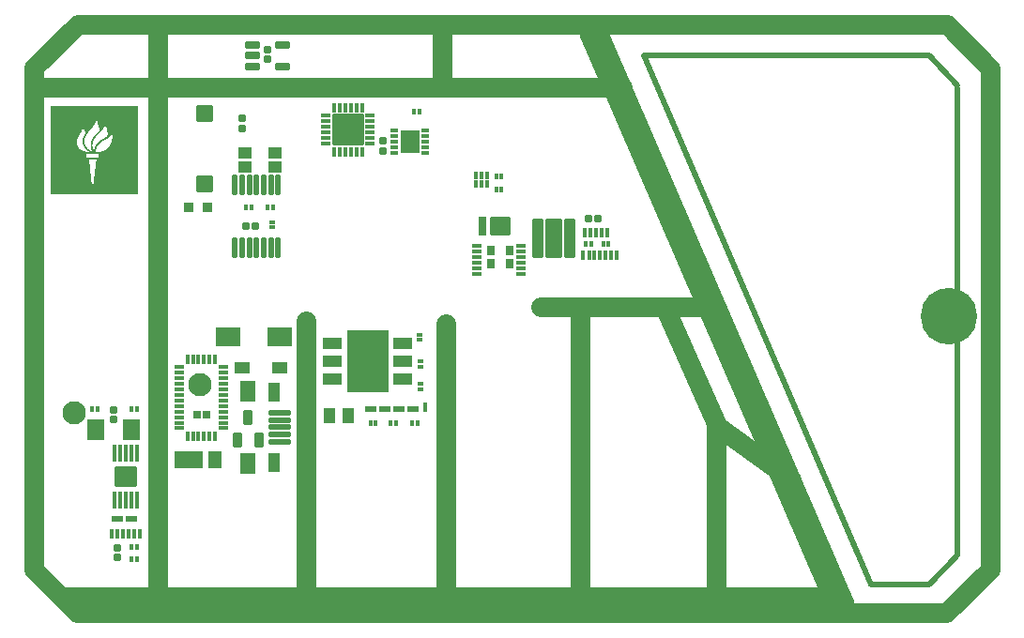
<source format=gts>
G04 Layer: TopSolderMaskLayer*
G04 EasyEDA Pro v2.1.49.1, 2024-02-28 13:49:17*
G04 Gerber Generator version 0.3*
G04 Scale: 100 percent, Rotated: No, Reflected: No*
G04 Dimensions in millimeters*
G04 Leading zeros omitted, absolute positions, 3 integers and 5 decimals*
%FSLAX35Y35*%
%MOMM*%
%AMOval*1,1,$1,$2,$3*1,1,$1,$4,$5*20,1,$1,$2,$3,$4,$5,0*%
%AMRoundRect*1,1,$1,$2,$3*1,1,$1,$4,$5*1,1,$1,0-$2,0-$3*1,1,$1,0-$4,0-$5*20,1,$1,$2,$3,$4,$5,0*20,1,$1,$4,$5,0-$2,0-$3,0*20,1,$1,0-$2,0-$3,0-$4,0-$5,0*20,1,$1,0-$4,0-$5,$2,$3,0*4,1,4,$2,$3,$4,$5,0-$2,0-$3,0-$4,0-$5,$2,$3,0*%
%ADD10C,1.75*%
%ADD11C,2.5*%
%ADD12C,0.5*%
%ADD13C,0.254*%
%ADD14C,2.10002*%
%ADD15C,5.10159*%
%ADD16Oval,0.3863X0.25999X0.0X-0.25999X0.0*%
%ADD17Oval,0.38003X0.25999X0.0X-0.25999X0.0*%
%ADD18Oval,0.38003X0.0X-0.25999X0.0X0.25999*%
%ADD19O,0.38003X0.90002*%
%ADD20O,0.90002X0.38003*%
%ADD21RoundRect,0.08771X-0.28977X0.27695X0.28977X0.27695*%
%ADD22RoundRect,0.08771X-0.27695X-0.28977X-0.27695X0.28977*%
%ADD23RoundRect,0.08121X-0.16176X0.17219X0.16176X0.17219*%
%ADD24RoundRect,0.09377X-0.70313X-0.70313X-0.70313X0.70313*%
%ADD25RoundRect,0.08121X-0.17219X-0.16176X-0.17219X0.16176*%
%ADD26RoundRect,0.09658X-1.35172X1.35172X1.35172X1.35172*%
%ADD27RoundRect,0.09549X-0.74556X0.86705X0.74556X0.86705*%
%ADD28RoundRect,0.08771X0.28977X-0.27695X-0.28977X-0.27695*%
%ADD29RoundRect,0.09131X-0.40514X-0.40514X-0.40514X0.40514*%
%ADD30RoundRect,0.08449X-0.20856X0.85855X0.20856X0.85855*%
%ADD31RoundRect,0.09169X-0.55417X0.50417X0.55417X0.50417*%
%ADD32RoundRect,0.08024X-0.32318X0.15069X0.32318X0.15069*%
%ADD33RoundRect,0.09603X-0.82779X0.97779X0.82779X0.97779*%
%ADD34RoundRect,0.09618X-0.95271X0.85271X0.95271X0.85271*%
%ADD35O,0.38161X1.58709*%
%ADD36RoundRect,0.07882X0.13639X-0.28639X-0.13639X-0.28639*%
%ADD37RoundRect,0.07882X-0.13639X0.28639X0.13639X0.28639*%
%ADD38RoundRect,0.0913X-0.77935X0.47935X0.77935X0.47935*%
%ADD39RoundRect,0.09744X-1.85128X2.70628X1.85128X2.70628*%
%ADD40RoundRect,0.08449X0.93356X0.20856X0.93356X-0.20856*%
%ADD41RoundRect,0.09224X0.45468X0.81717X0.45468X-0.81717*%
%ADD42RoundRect,0.09473X0.65343X0.86094X0.65343X-0.86094*%
%ADD43RoundRect,0.09594X-1.02602X0.81284X1.02602X0.81284*%
%ADD44RoundRect,0.09265X-0.60447X0.47948X0.60447X0.47948*%
%ADD45RoundRect,0.08692X-0.25734X0.30734X0.25734X0.30734*%
%ADD46RoundRect,0.09336X0.52911X-0.75412X-0.52911X-0.75412*%
%ADD47RoundRect,0.09554X1.20303X-0.75303X-1.20303X-0.75303*%
%ADD48RoundRect,0.09017X0.35571X0.63072X0.35571X-0.63072*%
%ADD49RoundRect,0.08327X0.47416X-0.18916X-0.47416X-0.18916*%
%ADD50RoundRect,0.09224X-0.45468X0.65468X0.45468X0.65468*%
%ADD51RoundRect,0.08752X-0.30625X-0.38126X-0.30625X0.38126*%
%ADD52RoundRect,0.09224X-0.45468X1.72968X0.45468X1.72968*%
%ADD53RoundRect,0.09495X-0.67833X1.72833X0.67833X1.72833*%
%ADD54RoundRect,0.09571X-0.87795X0.77795X0.87795X0.77795*%
%ADD55RoundRect,0.0895X-0.33105X0.78105X0.33105X0.78105*%
%ADD56RoundRect,0.08692X-0.60734X-0.25734X-0.60734X0.25734*%
%ADD57RoundRect,0.08692X0.60734X0.25734X0.60734X-0.25734*%
G75*


G04 Image Start*
G36*
G01X863600Y6477000D02*
G01X863600Y6145022D01*
G01X1096823D01*
G01Y6159703D01*
G01X1097128Y6162396D01*
G01X1097432Y6165037D01*
G01X1098042Y6169000D01*
G01X1098347Y6170574D01*
G01X1098601Y6172098D01*
G01X1098855Y6173267D01*
G01X1099109Y6174384D01*
G01X1100328Y6179464D01*
G01X1101141Y6182309D01*
G01X1102004Y6185103D01*
G01X1103020Y6187948D01*
G01X1103986Y6190336D01*
G01X1104900Y6192723D01*
G01X1106018Y6195162D01*
G01X1107084Y6197549D01*
G01X1108405Y6200089D01*
G01X1109320Y6201766D01*
G01X1110234Y6203493D01*
G01X1112774Y6207658D01*
G01X1113231Y6208522D01*
G01X1113739Y6209386D01*
G01X1115263Y6211926D01*
G01X1116736Y6214466D01*
G01X1117244Y6215380D01*
G01X1117803Y6216345D01*
G01X1118362Y6217361D01*
G01X1118972Y6218428D01*
G01X1120394Y6220968D01*
G01X1121461Y6222797D01*
G01X1122528Y6224676D01*
G01X1123340Y6226200D01*
G01X1124204Y6227775D01*
G01X1125271Y6229756D01*
G01X1126388Y6231738D01*
G01X1127862Y6234532D01*
G01X1129386Y6237376D01*
G01X1133551Y6245860D01*
G01X1137768Y6254293D01*
G01X1138784Y6256528D01*
G01X1139800Y6258712D01*
G01Y6258966D01*
G01X1140511Y6260440D01*
G01X1141171Y6261913D01*
G01X1142289Y6264453D01*
G01X1143762Y6268161D01*
G01X1145235Y6271819D01*
G01X1145743Y6273394D01*
G01X1146251Y6274918D01*
G01X1146658Y6276035D01*
G01X1147064Y6277204D01*
G01X1147674Y6279185D01*
G01X1148232Y6281115D01*
G01X1148537Y6282284D01*
G01X1148791Y6283401D01*
G01X1149401Y6285636D01*
G01X1149756Y6288989D01*
G01X1150112Y6292291D01*
G01X1150722D01*
G01X1152754Y6290158D01*
G01X1155497Y6285382D01*
G01X1158240Y6279845D01*
G01X1160932Y6274359D01*
G01X1161542Y6273038D01*
G01X1162101Y6271666D01*
G01X1162710Y6270396D01*
G01X1163269Y6269126D01*
G01X1163828Y6267907D01*
G01X1164336Y6266688D01*
G01X1165555Y6263640D01*
G01X1165911Y6262776D01*
G01X1166317Y6261913D01*
G01X1166876Y6260592D01*
G01X1167486Y6259271D01*
G01Y6258662D01*
G01X1167740Y6258204D01*
G01X1167994Y6257696D01*
G01X1169518Y6253734D01*
G01X1170330Y6251194D01*
G01X1170838Y6250076D01*
G01X1171092Y6249213D01*
G01X1171397Y6248400D01*
G01X1172616Y6244133D01*
G01X1172921Y6243269D01*
G01X1173175Y6242456D01*
G01X1173480Y6235649D01*
G01X1173124Y6234938D01*
G01X1172769Y6234278D01*
G01X1168603Y6227877D01*
G01Y6227572D01*
G01X1167790Y6226353D01*
G01X1166927Y6225134D01*
G01Y6224829D01*
G01X1165555Y6222492D01*
G01X1164234Y6220155D01*
G01X1162355Y6216345D01*
G01X1160475Y6212484D01*
G01X1159916Y6211214D01*
G01X1159307Y6209944D01*
G01X1158748Y6208370D01*
G01X1158138Y6206846D01*
G01X1157732Y6206033D01*
G01X1157376Y6205169D01*
G01X1156767Y6203544D01*
G01X1156208Y6201918D01*
G01X1155649Y6200445D01*
G01X1155141Y6198972D01*
G01X1154227Y6196127D01*
G01X1153363Y6193282D01*
G01X1152449Y6189929D01*
G01X1152246Y6188913D01*
G01X1151992Y6187948D01*
G01X1151382Y6185103D01*
G01X1151128Y6183630D01*
G01X1150823Y6182157D01*
G01X1150214Y6178906D01*
G01X1149960Y6176772D01*
G01X1149706Y6174689D01*
G01X1149401Y6170879D01*
G01X1149147Y6167120D01*
G01X1149045Y6159703D01*
G01X1149248Y6156706D01*
G01Y6156604D01*
G01X1164539D01*
G01Y6171540D01*
G01X1164895Y6173470D01*
G01X1165200Y6175350D01*
G01X1165504Y6177432D01*
G01X1165860Y6179464D01*
G01X1166063Y6180582D01*
G01X1166317Y6181700D01*
G01X1166927Y6184290D01*
G01X1167536Y6186830D01*
G01X1167740Y6187491D01*
G01X1167994Y6188202D01*
G01X1168603Y6190336D01*
G01X1169264Y6192469D01*
G01X1169467Y6193028D01*
G01X1169721Y6193587D01*
G01X1170534Y6196127D01*
G01X1171702Y6199073D01*
G01X1172921Y6202070D01*
G01X1173328Y6203036D01*
G01X1173785Y6204052D01*
G01X1176274Y6209132D01*
G01X1178763Y6214262D01*
G01X1180389Y6217056D01*
G01X1181964Y6219850D01*
G01X1183183Y6221832D01*
G01X1184351Y6223813D01*
G01X1186790Y6227775D01*
G01X1188212Y6229858D01*
G01X1189634Y6231992D01*
G01X1191311Y6234379D01*
G01X1193038Y6236818D01*
G01X1195832Y6240628D01*
G01X1198677Y6244438D01*
G01X1202639Y6249365D01*
G01X1206551Y6254293D01*
G01X1206754Y6254445D01*
G01X1206906Y6254598D01*
G01X1208430Y6256426D01*
G01X1210005Y6258255D01*
G01X1210259Y6258560D01*
G01X1210564Y6258865D01*
G01X1212952Y6261811D01*
G01X1215339Y6264707D01*
G01X1220013Y6270244D01*
G01X1224636Y6275781D01*
G01X1224839Y6275934D01*
G01X1224991Y6276035D01*
G01X1226210Y6277610D01*
G01X1227480Y6279185D01*
G01X1227633Y6279286D01*
G01X1227785Y6279439D01*
G01X1229055Y6281014D01*
G01X1230325Y6282538D01*
G01X1230630Y6282842D01*
G01X1231900Y6284366D01*
G01X1233170Y6285941D01*
G01X1233475Y6286246D01*
G01X1235405Y6288786D01*
G01X1235558Y6288888D01*
G01X1235710Y6289040D01*
G01X1239368Y6293612D01*
G01X1240079Y6294577D01*
G01X1240790Y6295492D01*
G01X1241349Y6296203D01*
G01X1241958Y6296965D01*
G01X1245057Y6301029D01*
G01X1248156Y6305144D01*
G01X1253846Y6313068D01*
G01X1256386Y6316929D01*
G01X1258976Y6320790D01*
G01Y6321146D01*
G01X1261212Y6324397D01*
G01X1261821Y6325413D01*
G01X1262380Y6326480D01*
G01X1262939Y6327445D01*
G01X1263498Y6328461D01*
G01X1264107Y6329528D01*
G01X1264717Y6330544D01*
G01X1266901Y6334811D01*
G01X1269035Y6339027D01*
G01X1270406Y6342431D01*
G01X1271778Y6345784D01*
G01X1272134Y6346952D01*
G01X1272489Y6348070D01*
G01X1273200Y6350610D01*
G01X1273302Y6350813D01*
G01X1273454Y6351016D01*
G01X1275588D01*
G01X1276045Y6350559D01*
G01X1276452Y6350051D01*
G01X1277925Y6346952D01*
G01X1279347Y6343853D01*
G01X1279957Y6342431D01*
G01X1280211Y6341872D01*
G01X1280414Y6341313D01*
G01X1281938Y6337351D01*
G01X1282751Y6335065D01*
G01X1283614Y6332830D01*
G01X1287577Y6320942D01*
G01X1287831Y6320130D01*
G01X1288034Y6319266D01*
G01X1289253Y6315304D01*
G01X1289761Y6313475D01*
G01X1290371Y6311341D01*
G01X1290625Y6310528D01*
G01X1290879Y6309665D01*
G01X1291438Y6307531D01*
G01X1291996Y6305448D01*
G01X1294028Y6297219D01*
G01X1294587Y6294984D01*
G01X1295146Y6292698D01*
G01X1295603Y6290462D01*
G01X1296568Y6285636D01*
G01X1296822Y6284112D01*
G01X1297076Y6282538D01*
G01X1297432Y6280861D01*
G01X1297737Y6279185D01*
G01X1297991Y6277305D01*
G01X1298194Y6275476D01*
G01X1298550Y6273089D01*
G01X1298854Y6270701D01*
G01X1299362Y6264199D01*
G01X1299566Y6261202D01*
G01X1299718Y6258204D01*
G01X1299362Y6257138D01*
G01X1299058Y6256020D01*
G01X1297991Y6254902D01*
G01X1296975Y6253836D01*
G01X1294181Y6251550D01*
G01X1291336Y6249264D01*
G01X1291184Y6249111D01*
G01X1291031Y6248908D01*
G01X1285037Y6244031D01*
G01X1284630Y6243676D01*
G01X1284275Y6243269D01*
G01X1282446Y6241745D01*
G01X1280617Y6240170D01*
G01X1277772Y6237630D01*
G01X1275791Y6235802D01*
G01X1273861Y6233973D01*
G01X1264717Y6224829D01*
G01X1261364Y6221070D01*
G01X1257960Y6217310D01*
G01X1255217Y6213907D01*
G01X1252474Y6210554D01*
G01X1252118Y6210097D01*
G01X1251814Y6209690D01*
G01X1250544Y6207963D01*
G01X1249274Y6206287D01*
G01X1248562Y6205322D01*
G01X1247800Y6204306D01*
G01X1244346Y6199175D01*
G01X1240942Y6194044D01*
G01Y6193688D01*
G01X1239215Y6191250D01*
G01Y6190844D01*
G01X1238707Y6190082D01*
G01X1238199Y6189370D01*
G01X1235862Y6185103D01*
G01X1234745Y6182868D01*
G01X1233627Y6180582D01*
G01X1232459Y6178144D01*
G01X1231341Y6175654D01*
G01Y6175400D01*
G01X1230478Y6173521D01*
G01X1229614Y6171692D01*
G01Y6171133D01*
G01X1229360Y6170625D01*
G01X1229106Y6170168D01*
G01X1228496Y6168746D01*
G01X1225855Y6160821D01*
G01X1225652Y6159957D01*
G01X1225448Y6159144D01*
G01X1224839Y6156858D01*
G01X1224229Y6154623D01*
G01X1223975Y6153607D01*
G01X1223772Y6152642D01*
G01X1223315Y6150356D01*
G01X1222858Y6148121D01*
G01X1222553Y6146546D01*
G01X1222299Y6145022D01*
G01X1222045Y6143193D01*
G01X1221740Y6141314D01*
G01X1221384Y6138520D01*
G01X1221029Y6135675D01*
G01Y6121095D01*
G01X1237539D01*
G01Y6133592D01*
G01X1237793Y6136335D01*
G01X1238098Y6139078D01*
G01X1238402Y6141314D01*
G01X1238707Y6143600D01*
G01X1238961Y6145174D01*
G01X1239215Y6146698D01*
G01X1239672Y6148984D01*
G01X1240130Y6151220D01*
G01X1240892Y6154420D01*
G01X1241146Y6155436D01*
G01X1241755Y6157570D01*
G01X1242263Y6159398D01*
G01X1243990Y6164478D01*
G01X1244905Y6167018D01*
G01X1245159Y6167628D01*
G01X1245362Y6168187D01*
G01X1245667Y6168898D01*
G01X1245921Y6169558D01*
G01X1246734Y6171286D01*
G01X1247496Y6172962D01*
G01X1247902Y6174080D01*
G01X1248359Y6175197D01*
G01X1249985Y6178296D01*
G01X1251560Y6181446D01*
G01X1252525Y6183122D01*
G01X1253439Y6184849D01*
G01X1255674Y6188507D01*
G01X1256182Y6189421D01*
G01X1256741Y6190336D01*
G01X1259027Y6193790D01*
G01X1261364Y6197244D01*
G01X1263752Y6200445D01*
G01X1266088Y6203645D01*
G01X1268781Y6206947D01*
G01X1271524Y6210249D01*
G01X1273505Y6212484D01*
G01X1275486Y6214770D01*
G01X1277366Y6216752D01*
G01X1279195Y6218733D01*
G01X1287932Y6227470D01*
G01X1293622Y6232855D01*
G01X1296822Y6235802D01*
G01X1300074Y6238799D01*
G01X1304442Y6242964D01*
G01X1305966Y6244082D01*
G01X1307440Y6245149D01*
G01X1307846Y6245504D01*
G01X1308303Y6245860D01*
G01X1309827Y6247079D01*
G01X1311402Y6248349D01*
G01X1315060Y6252058D01*
G01X1318768Y6255715D01*
G01X1320597Y6257849D01*
G01X1322375Y6259932D01*
G01X1322578Y6260084D01*
G01X1322730Y6260236D01*
G01X1324966Y6263081D01*
G01X1327201Y6265875D01*
G01X1328369Y6267450D01*
G01X1329487Y6268974D01*
G01X1332332Y6272936D01*
G01X1339240Y6283300D01*
G01X1339748Y6284163D01*
G01X1340256Y6285078D01*
G01X1341730Y6287465D01*
G01X1343152Y6289802D01*
G01Y6290107D01*
G01X1343660Y6290818D01*
G01X1344219Y6291580D01*
G01X1345032Y6293155D01*
G01X1345895Y6294679D01*
G01X1346505Y6295746D01*
G01X1347064Y6296762D01*
G01X1348486Y6299403D01*
G01X1349858Y6302045D01*
G01X1350874Y6303975D01*
G01X1351890Y6305956D01*
G01X1352245Y6306160D01*
G01X1352601Y6306414D01*
G01X1354176D01*
G01X1354887Y6305702D01*
G01X1355547Y6304991D01*
G01X1356512Y6302959D01*
G01X1357528Y6300927D01*
G01X1359357Y6296660D01*
G01X1360018Y6295238D01*
G01X1361846Y6290462D01*
G01X1362100Y6289904D01*
G01X1362304Y6289345D01*
G01X1362761Y6288075D01*
G01X1363218Y6286856D01*
G01X1364742Y6282284D01*
G01X1366266Y6277762D01*
G01X1366825Y6275781D01*
G01X1367434Y6273800D01*
G01X1367739Y6272682D01*
G01X1368095Y6271514D01*
G01X1368298Y6270854D01*
G01X1368501Y6270142D01*
G01X1369111Y6267856D01*
G01X1369670Y6265621D01*
G01X1370889Y6260541D01*
G01X1371143Y6259373D01*
G01X1371346Y6258255D01*
G01X1371651Y6256833D01*
G01X1371905Y6255461D01*
G01X1372260Y6253582D01*
G01X1372565Y6251753D01*
G01X1372819Y6250330D01*
G01X1373073Y6248959D01*
G01X1373683Y6243269D01*
G01X1373937Y6241237D01*
G01X1374242Y6239154D01*
G01Y6225794D01*
G01X1373835Y6222797D01*
G01X1373378Y6219850D01*
G01X1373124Y6218276D01*
G01X1372819Y6216752D01*
G01X1372260Y6214567D01*
G01X1371651Y6212332D01*
G01X1371244Y6211164D01*
G01X1370787Y6209944D01*
G01X1369924Y6208217D01*
G01X1369111Y6206490D01*
G01X1365961Y6203340D01*
G01X1364285Y6202172D01*
G01X1362659Y6200953D01*
G01X1360170Y6199429D01*
G01X1357681Y6197956D01*
G01X1345997Y6192063D01*
G01X1334262Y6186221D01*
G01X1328776Y6183274D01*
G01X1327353Y6182411D01*
G01X1325880Y6181598D01*
G01X1325677D01*
G01X1321105Y6178753D01*
G01X1320851D01*
G01X1318819Y6177432D01*
G01X1316736Y6176112D01*
G01X1315212Y6175096D01*
G01X1313637Y6174080D01*
G01X1309675Y6171336D01*
G01X1306982Y6169355D01*
G01X1304341Y6167323D01*
G01X1304036Y6167018D01*
G01X1301496Y6165088D01*
G01X1299515Y6163361D01*
G01X1297534Y6161684D01*
G01X1295857Y6160110D01*
G01X1294181Y6158586D01*
G01X1290879Y6155334D01*
G01X1287628Y6152083D01*
G01X1285088Y6149238D01*
G01X1283564Y6147410D01*
G01X1281989Y6145581D01*
G01X1281633Y6145225D01*
G01X1281278Y6144819D01*
G01X1280516Y6143803D01*
G01X1279754Y6142736D01*
G01X1279601Y6142634D01*
G01X1279449Y6142482D01*
G01X1278331Y6140907D01*
G01X1277163Y6139383D01*
G01X1275232Y6136691D01*
G01X1273353Y6133998D01*
G01X1272591Y6132728D01*
G01X1271880Y6131458D01*
G01X1270864Y6129884D01*
G01X1269797Y6128360D01*
G01X1267866Y6124804D01*
G01X1265885Y6121298D01*
G01X1264158Y6117742D01*
G01X1262431Y6114237D01*
G01X1260704Y6110376D01*
G01Y6110122D01*
G01X1259891Y6108395D01*
G01X1259078Y6106617D01*
G01X1258722Y6105601D01*
G01X1258367Y6104636D01*
G01X1258164Y6104077D01*
G01X1257910Y6103518D01*
G01X1256995Y6100978D01*
G01X1253947Y6091936D01*
G01X1252830Y6087974D01*
G01X1252372Y6086246D01*
G01X1251915Y6084570D01*
G01X1250594Y6079490D01*
G01X1250239Y6077814D01*
G01X1249883Y6076086D01*
G01X1249680Y6075883D01*
G01X1249477Y6075629D01*
G01X1249020Y6076594D01*
G01X1248613Y6077509D01*
G01X1247902Y6079084D01*
G01X1247242Y6080608D01*
G01X1246581Y6082335D01*
G01X1245972Y6084011D01*
G01X1245718Y6084570D01*
G01X1245514Y6085129D01*
G01X1245006Y6086399D01*
G01X1244549Y6087669D01*
G01X1243990Y6089396D01*
G01X1243432Y6091072D01*
G01X1242873Y6092901D01*
G01X1242263Y6094730D01*
G01X1242009Y6095746D01*
G01X1241704Y6096711D01*
G01X1241501Y6097727D01*
G01X1241247Y6098692D01*
G01X1240841Y6100267D01*
G01X1240434Y6101791D01*
G01X1240079Y6103518D01*
G01X1239723Y6105195D01*
G01X1239520Y6106312D01*
G01X1239266Y6107430D01*
G01X1238961Y6109259D01*
G01X1238707Y6111138D01*
G01X1238402Y6113374D01*
G01X1238098Y6115660D01*
G01X1237844Y6118352D01*
G01X1237539Y6121095D01*
G01X1221029D01*
G01Y6116472D01*
G01X1221384Y6113780D01*
G01X1221740Y6111138D01*
G01X1222045Y6109157D01*
G01X1222299Y6107176D01*
G01X1222604Y6105601D01*
G01X1222858Y6104077D01*
G01X1223315Y6101791D01*
G01X1223772Y6099556D01*
G01X1224026Y6098388D01*
G01X1224229Y6097270D01*
G01X1224839Y6095035D01*
G01X1225093Y6094019D01*
G01X1225347Y6093054D01*
G01X1225652Y6092038D01*
G01X1225906Y6091072D01*
G01X1227023Y6087415D01*
G01X1227582Y6085688D01*
G01X1228141Y6084011D01*
G01X1229004Y6081725D01*
G01X1229817Y6079490D01*
G01X1230732Y6077204D01*
G01X1231646Y6074969D01*
G01X1232662Y6072734D01*
G01X1233576Y6070498D01*
G01X1233322Y6070244D01*
G01X1231290Y6071616D01*
G01X1229208Y6072937D01*
G01X1225550Y6075375D01*
G01X1222553Y6077407D01*
G01X1219606Y6079490D01*
G01X1217879Y6080709D01*
G01X1216203Y6081979D01*
G01X1213409Y6084113D01*
G01X1210564Y6086246D01*
G01X1210158Y6086602D01*
G01X1209700Y6086907D01*
G01X1207008Y6089142D01*
G01X1204366Y6091326D01*
G01X1204011Y6091631D01*
G01X1203706Y6091936D01*
G01X1199744Y6095289D01*
G01X1193698Y6101385D01*
G01X1187653Y6107430D01*
G01X1185215Y6110427D01*
G01X1182827Y6113374D01*
G01X1181049Y6115761D01*
G01X1179322Y6118200D01*
G01X1176884Y6121857D01*
G01X1175614Y6123991D01*
G01X1174293Y6126175D01*
G01X1172261Y6130392D01*
G01X1170280Y6134557D01*
G01X1170026Y6135116D01*
G01X1169822Y6135675D01*
G01X1169213Y6137250D01*
G01X1168654Y6138774D01*
G01X1167790Y6141618D01*
G01X1166876Y6144463D01*
G01X1166622Y6145428D01*
G01X1166419Y6146444D01*
G01X1166114Y6147714D01*
G01X1165555Y6150508D01*
G01X1165250Y6152083D01*
G01X1164895Y6154318D01*
G01X1164539Y6156604D01*
G01X1149248D01*
G01X1149452Y6153760D01*
G01X1150264Y6147562D01*
G01X1150772Y6144717D01*
G01X1151077Y6143193D01*
G01X1151382Y6141618D01*
G01X1151941Y6139383D01*
G01X1152550Y6137097D01*
G01X1152804Y6136234D01*
G01X1153008Y6135421D01*
G01X1153770Y6133135D01*
G01X1154532Y6130900D01*
G01X1154786Y6130341D01*
G01X1154989Y6129782D01*
G01X1155954Y6127344D01*
G01X1156868Y6124956D01*
G01X1158850Y6120994D01*
G01X1160780Y6117082D01*
G01X1162456Y6114237D01*
G01X1164184Y6111443D01*
G01X1167028Y6107176D01*
G01X1168756Y6104890D01*
G01X1170432Y6102655D01*
G01X1170889Y6102096D01*
G01X1171296Y6101588D01*
G01X1174140Y6098286D01*
G01X1177036Y6095035D01*
G01X1181202Y6090768D01*
G01X1185164Y6087110D01*
G01X1186282Y6086145D01*
G01X1187399Y6085129D01*
G01X1188974Y6083859D01*
G01X1190498Y6082589D01*
G01X1190803Y6082284D01*
G01X1194359Y6079592D01*
G01X1199693Y6075629D01*
G01X1201522Y6074359D01*
G01X1203198Y6073242D01*
G01X1204925Y6072073D01*
G01X1206906Y6070854D01*
G01X1208888Y6069686D01*
G01X1210513Y6068670D01*
G01X1212190Y6067704D01*
G01X1211783Y6067450D01*
G01X1211428Y6067196D01*
G01X1206449Y6067349D01*
G01X1201522Y6067501D01*
G01X1197153Y6067755D01*
G01X1192784Y6068060D01*
G01X1187094Y6068670D01*
G01X1184859Y6068924D01*
G01X1182624Y6069228D01*
G01X1180744Y6069482D01*
G01X1178916Y6069787D01*
G01X1177239Y6070041D01*
G01X1175563Y6070346D01*
G01X1172718Y6070854D01*
G01X1170584Y6071311D01*
G01X1168502Y6071718D01*
G01X1161694Y6073445D01*
G01X1160780Y6073699D01*
G01X1159866Y6074004D01*
G01X1158951Y6074207D01*
G01X1158037Y6074461D01*
G01X1152957Y6076188D01*
G01X1151687Y6076645D01*
G01X1150417Y6077153D01*
G01X1149756Y6077407D01*
G01X1149147Y6077661D01*
G01X1148486Y6077915D01*
G01X1147877Y6078169D01*
G01X1146861Y6078576D01*
G01X1145896Y6078982D01*
G01X1144473Y6079642D01*
G01X1143051Y6080252D01*
G01X1141070Y6081217D01*
G01X1139088Y6082233D01*
G01X1137006Y6083402D01*
G01X1134872Y6084519D01*
G01X1132738Y6085891D01*
G01X1130656Y6087212D01*
G01X1128928Y6088431D01*
G01X1127252Y6089650D01*
G01X1122985Y6093003D01*
G01X1120394Y6095390D01*
G01X1117752Y6097778D01*
G01X1115314Y6100623D01*
G01X1112825Y6103518D01*
G01X1111098Y6105754D01*
G01X1109624Y6107989D01*
G01X1108100Y6110224D01*
G01X1105459Y6114796D01*
G01X1104392Y6116980D01*
G01X1103376Y6119216D01*
G01X1102512Y6121349D01*
G01X1101649Y6123534D01*
G01X1100684Y6126378D01*
G01X1099769Y6129172D01*
G01X1099210Y6131611D01*
G01X1098601Y6133998D01*
G01X1098347Y6135421D01*
G01X1098042Y6136843D01*
G01X1097737Y6138672D01*
G01X1097483Y6140501D01*
G01X1097128Y6142736D01*
G01X1096823Y6145022D01*
G01X863600D01*
G01Y6064656D01*
G01X1265428D01*
G01X1265631Y6067146D01*
G01X1265834Y6069584D01*
G01X1266241Y6072581D01*
G01X1266647Y6075528D01*
G01X1266850Y6076645D01*
G01X1267206Y6078372D01*
G01X1267511Y6080049D01*
G01X1267816Y6081319D01*
G01X1268070Y6082589D01*
G01X1268578Y6084722D01*
G01X1268882Y6085789D01*
G01X1269136Y6086805D01*
G01X1270356Y6091072D01*
G01X1270914Y6092749D01*
G01X1271473Y6094476D01*
G01X1271727Y6095035D01*
G01X1271930Y6095594D01*
G01X1272642Y6097829D01*
G01X1272896Y6098134D01*
G01X1273099Y6098388D01*
G01Y6099099D01*
G01X1273708Y6100470D01*
G01X1274318Y6101791D01*
G01X1275029Y6103518D01*
G01X1275639Y6104890D01*
G01X1276248Y6106312D01*
G01X1279601Y6113120D01*
G01X1280566Y6114796D01*
G01X1281481Y6116472D01*
G01X1283259Y6119470D01*
G01X1285037Y6122416D01*
G01X1286205Y6124092D01*
G01X1287323Y6125820D01*
G01X1290168Y6129782D01*
G01X1291336Y6131306D01*
G01X1292454Y6132830D01*
G01X1292911Y6133440D01*
G01X1293419Y6133998D01*
G01X1295756Y6136843D01*
G01X1298092Y6139637D01*
G01X1299769Y6141466D01*
G01X1301496Y6143295D01*
G01X1303884Y6145733D01*
G01X1306322Y6148121D01*
G01X1308710Y6150305D01*
G01X1311097Y6152439D01*
G01X1313383Y6154318D01*
G01X1315618Y6156198D01*
G01X1318158Y6158128D01*
G01X1320698Y6160008D01*
G01X1322680Y6161430D01*
G01X1324661Y6162802D01*
G01X1329436Y6165850D01*
G01X1330401Y6166358D01*
G01X1331316Y6166917D01*
G01X1332281Y6167476D01*
G01X1333297Y6168034D01*
G01X1334313Y6168644D01*
G01X1335380Y6169254D01*
G01X1338377Y6170727D01*
G01X1341323Y6172200D01*
G01X1342441Y6172657D01*
G01X1343558Y6173165D01*
G01X1344168Y6173368D01*
G01X1344727Y6173622D01*
G01X1345844Y6174080D01*
G01X1346962Y6174588D01*
G01X1348791Y6175451D01*
G01X1350620Y6176264D01*
G01X1353464Y6177636D01*
G01X1356309Y6179058D01*
G01X1358951Y6180480D01*
G01X1361643Y6181903D01*
G01X1362253Y6182309D01*
G01X1362913Y6182716D01*
G01X1363828Y6183224D01*
G01X1364742Y6183782D01*
G01X1366723Y6185002D01*
G01X1368704Y6186170D01*
G01X1374496Y6190031D01*
G01X1377290Y6192164D01*
G01X1380084Y6194247D01*
G01X1382725Y6196432D01*
G01X1385367Y6198667D01*
G01X1386484Y6199632D01*
G01X1387653Y6200648D01*
G01X1392326Y6205322D01*
G01X1397000Y6209944D01*
G01X1397965Y6211113D01*
G01X1398981Y6212230D01*
G01X1401064Y6214770D01*
G01X1403198Y6217361D01*
G01X1403858Y6218276D01*
G01X1404569Y6219241D01*
G01X1405179Y6219952D01*
G01X1405788Y6220714D01*
G01X1408633Y6224930D01*
G01X1411427Y6229198D01*
G01X1412342Y6230722D01*
G01X1413256Y6232296D01*
G01X1413815Y6233262D01*
G01X1414374Y6234278D01*
G01X1416050Y6237427D01*
G01X1417726Y6240628D01*
G01Y6241339D01*
G01X1418133Y6241948D01*
G01X1418590Y6242609D01*
G01X1419403D01*
G01X1419860Y6241847D01*
G01X1420368Y6241136D01*
G01X1419962Y6223254D01*
G01X1419708Y6219698D01*
G01X1419403Y6216193D01*
G01X1419098Y6212637D01*
G01X1418844Y6209132D01*
G01X1418539Y6206744D01*
G01X1418285Y6204306D01*
G01X1417676Y6199530D01*
G01X1417422Y6197803D01*
G01X1417168Y6196127D01*
G01X1416863Y6193993D01*
G01X1416558Y6191910D01*
G01X1416050Y6189370D01*
G01X1415745Y6187491D01*
G01X1415440Y6185662D01*
G01X1415136Y6184290D01*
G01X1414882Y6182868D01*
G01X1414272Y6180328D01*
G01X1414018Y6179160D01*
G01X1413764Y6178042D01*
G01X1412799Y6173978D01*
G01X1411783Y6169863D01*
G01X1410919Y6166917D01*
G01X1410056Y6163920D01*
G01X1409802Y6163107D01*
G01X1409598Y6162243D01*
G01X1408176Y6157976D01*
G01X1406754Y6153760D01*
G01X1406296Y6152490D01*
G01X1405788Y6151220D01*
G01X1405382Y6150102D01*
G01X1405026Y6149340D01*
G01X1404722Y6148527D01*
G01X1404468Y6147918D01*
G01X1404214Y6147257D01*
G01X1403604Y6145936D01*
G01X1403045Y6144616D01*
G01Y6144311D01*
G01X1402283Y6142685D01*
G01X1401572Y6141060D01*
G01X1397102Y6132017D01*
G01X1396136Y6130341D01*
G01X1395222Y6128614D01*
G01X1391666Y6122721D01*
G01X1388821Y6118454D01*
G01X1387551Y6116777D01*
G01X1386332Y6115050D01*
G01X1385113Y6113424D01*
G01X1381455Y6108852D01*
G01X1381303Y6108700D01*
G01X1381150Y6108598D01*
G01X1379017Y6106160D01*
G01X1376883Y6103772D01*
G01X1371803Y6098692D01*
G01X1367028Y6094425D01*
G01X1364336Y6092342D01*
G01X1361643Y6090209D01*
G01X1360221Y6089193D01*
G01X1358849Y6088228D01*
G01X1357427Y6087212D01*
G01X1356004Y6086246D01*
G01X1353769Y6084824D01*
G01X1351483Y6083452D01*
G01X1350924Y6083148D01*
G01X1350366Y6082792D01*
G01X1346708Y6080760D01*
G01X1339901Y6077407D01*
G01X1337361Y6076290D01*
G01X1335126Y6075375D01*
G01X1332840Y6074461D01*
G01X1330604Y6073648D01*
G01X1328318Y6072835D01*
G01X1327201Y6072429D01*
G01X1326083Y6072073D01*
G01X1323950Y6071464D01*
G01X1321816Y6070803D01*
G01X1321105Y6070600D01*
G01X1320444Y6070397D01*
G01X1317904Y6069686D01*
G01X1316888Y6069432D01*
G01X1315923Y6069228D01*
G01X1314501Y6068873D01*
G01X1313078Y6068568D01*
G01X1311808Y6068314D01*
G01X1310538Y6068009D01*
G01X1309421Y6067755D01*
G01X1308252Y6067501D01*
G01X1307287Y6067400D01*
G01X1306322Y6067247D01*
G01X1300937Y6066333D01*
G01X1297280Y6065825D01*
G01X1294181Y6065520D01*
G01X1291031Y6065215D01*
G01X1287780Y6064961D01*
G01X1284529Y6064656D01*
G01X1265428D01*
G01X863600D01*
G01Y6014974D01*
G01X1183894D01*
G01Y6048451D01*
G01X1184046Y6048654D01*
G01X1184250Y6048858D01*
G01X1296822D01*
G01X1296721Y6014822D01*
G01X1240942Y6014720D01*
G01X1185164Y6014669D01*
G01X1184504Y6014822D01*
G01X1183894Y6014974D01*
G01X863600D01*
G01Y5998413D01*
G01X1207567D01*
G01X1208075Y5998769D01*
G01X1208532Y5999124D01*
G01X1240739Y5999074D01*
G01X1272997Y5998972D01*
G01X1272946Y5997448D01*
G01Y5995873D01*
G01X1272591Y5993232D01*
G01X1272235Y5990539D01*
G01X1271981Y5988101D01*
G01X1271676Y5985713D01*
G01X1271422Y5983580D01*
G01X1271168Y5981497D01*
G01X1270559Y5976518D01*
G01X1270254Y5974080D01*
G01X1270000Y5971591D01*
G01X1269695Y5969508D01*
G01X1269441Y5967374D01*
G01X1269187Y5964834D01*
G01X1268882Y5962294D01*
G01X1268628Y5960161D01*
G01X1268324Y5958027D01*
G01X1268070Y5955589D01*
G01X1267460Y5950610D01*
G01X1267155Y5948172D01*
G01X1266647Y5943905D01*
G01X1266038Y5938825D01*
G01X1265784Y5936742D01*
G01X1265530Y5934608D01*
G01X1264920Y5929528D01*
G01X1264412Y5925261D01*
G01X1264107Y5922823D01*
G01X1263498Y5917844D01*
G01X1263193Y5915406D01*
G01X1262685Y5911139D01*
G01X1262380Y5908700D01*
G01X1262126Y5906211D01*
G01X1261821Y5903773D01*
G01X1261516Y5901284D01*
G01X1261008Y5897016D01*
G01X1260704Y5894578D01*
G01X1260399Y5892089D01*
G01X1260094Y5889650D01*
G01X1259789Y5887161D01*
G01X1259535Y5885028D01*
G01X1259281Y5882945D01*
G01X1258976Y5880354D01*
G01X1258672Y5877814D01*
G01X1258418Y5875731D01*
G01X1258164Y5873598D01*
G01X1257859Y5871108D01*
G01X1257605Y5868670D01*
G01X1256995Y5863692D01*
G01X1256741Y5861609D01*
G01X1256487Y5859475D01*
G01X1256182Y5856935D01*
G01X1255827Y5854395D01*
G01X1255624Y5852262D01*
G01X1255370Y5850179D01*
G01X1254760Y5845200D01*
G01X1254455Y5842762D01*
G01X1254150Y5840273D01*
G01X1253896Y5838139D01*
G01X1253642Y5836056D01*
G01X1253033Y5830976D01*
G01X1252525Y5826709D01*
G01X1252220Y5824271D01*
G01X1251610Y5819292D01*
G01X1251356Y5816854D01*
G01X1251102Y5814720D01*
G01X1250798Y5812587D01*
G01X1250188Y5807507D01*
G01X1249934Y5805373D01*
G01X1249731Y5803290D01*
G01X1249121Y5798312D01*
G01X1248816Y5795874D01*
G01X1248512Y5793384D01*
G01X1248258Y5791251D01*
G01X1248004Y5789168D01*
G01X1247394Y5784088D01*
G01X1247242Y5782412D01*
G01X1247038Y5780786D01*
G01X1245311Y5778144D01*
G01X1244143Y5777433D01*
G01X1243025Y5776671D01*
G01X1241857Y5776366D01*
G01X1240688Y5776011D01*
G01X1237336D01*
G01X1235405Y5776620D01*
G01X1234694Y5776925D01*
G01X1233983Y5777281D01*
G01X1232154Y5778602D01*
G01X1231798Y5779364D01*
G01X1231392Y5780126D01*
G01X1231087Y5782920D01*
G01X1230732Y5785764D01*
G01X1230478Y5788152D01*
G01X1230224Y5790590D01*
G01X1229919Y5793384D01*
G01X1229614Y5796229D01*
G01X1229106Y5801004D01*
G01X1228750Y5804002D01*
G01X1228446Y5806948D01*
G01X1228192Y5809082D01*
G01X1227938Y5811164D01*
G01X1227633Y5814314D01*
G01X1227328Y5817413D01*
G01X1227074Y5819496D01*
G01X1226820Y5821629D01*
G01X1226515Y5824576D01*
G01X1226210Y5827573D01*
G01X1225956Y5830011D01*
G01X1225652Y5832500D01*
G01X1225398Y5834990D01*
G01X1225144Y5837428D01*
G01X1224534Y5843118D01*
G01X1224280Y5845505D01*
G01X1223975Y5847893D01*
G01X1223670Y5850839D01*
G01X1223366Y5853836D01*
G01X1223112Y5855970D01*
G01X1222858Y5858053D01*
G01X1222553Y5861152D01*
G01X1222248Y5864301D01*
G01X1221994Y5866384D01*
G01X1221740Y5868518D01*
G01X1221130Y5874715D01*
G01X1220622Y5878982D01*
G01X1220013Y5884875D01*
G01X1219759Y5887314D01*
G01X1219454Y5889701D01*
G01X1219200Y5892241D01*
G01X1218895Y5894781D01*
G01X1218590Y5897728D01*
G01X1218286Y5900725D01*
G01X1218032Y5902808D01*
G01X1217778Y5904941D01*
G01X1217168Y5911139D01*
G01X1216660Y5915406D01*
G01X1216050Y5921604D01*
G01X1215542Y5925871D01*
G01X1214933Y5931764D01*
G01X1214628Y5934202D01*
G01X1214374Y5936590D01*
G01X1214120Y5939130D01*
G01X1213815Y5941670D01*
G01X1213510Y5944616D01*
G01X1213206Y5947613D01*
G01X1212952Y5949696D01*
G01X1212698Y5951830D01*
G01X1212088Y5958027D01*
G01X1211580Y5962294D01*
G01X1210970Y5968492D01*
G01X1210716Y5970626D01*
G01X1210462Y5972708D01*
G01X1210158Y5975706D01*
G01X1209853Y5978652D01*
G01X1209243Y5983732D01*
G01X1208989Y5986170D01*
G01X1208735Y5988558D01*
G01X1208430Y5991504D01*
G01X1208126Y5994502D01*
G01X1207872Y5996432D01*
G01X1207567Y5998413D01*
G01X863600D01*
G01Y5689041D01*
G01X1651000D01*
G01Y6477000D01*
G37*
G04 Image End*
G04 Image End*

G04 PolygonModel Start*
G54D10*
G01X8944638Y7213585D02*
G01X9334500Y6819900D01*
G01X8941308Y1907540D02*
G01X9334500Y2298700D01*
G01Y6819900D01*
G01X711200Y2299970D02*
G01X1099566Y1907794D01*
G01X1101090Y1906270D01*
G01X1096010Y1905000D01*
G01X8936990D01*
G54D11*
G01X7993035Y1968338D02*
G01X5753100Y7150100D01*
G54D10*
G01X711200Y2300478D02*
G01X711200Y6819900D01*
G01Y6824558D01*
G01X1104885Y7214420D01*
G01X1104900Y7213600D01*
G01X8944638Y7213585D01*
G54D12*
G01X8788400Y6934200D02*
G01X9042400Y6668404D01*
G01X9042400Y6643004D02*
G01X9042400Y2428734D01*
G01X8267344Y2159000D02*
G01X8781507Y2159000D01*
G01X9029700Y2416034D01*
G54D10*
G01X7993035Y2054606D02*
G01X6861534Y2054606D01*
G01X7543800Y3111500D02*
G01X6870211Y3594100D01*
G54D13*
G01X8940292Y1906524D02*
G01X8941308Y1907540D01*
G01X1104900Y7213092D02*
G01X8944638Y7213077D01*
G54D12*
G01X6210789Y6934200D02*
G01X8788400Y6934200D01*
G01X8259735Y2158838D02*
G01X6210789Y6934200D01*
G54D10*
G01X6017872Y6649328D02*
G01X750018Y6649328D01*
G01X1828800Y2102728D02*
G01X1828800Y7159346D01*
G01X3162575Y4545239D02*
G01X3162575Y2070494D01*
G01X4423676Y2044026D02*
G01X4423676Y4518771D01*
G01X5638800Y2153528D02*
G01X5638800Y4628272D01*
G01X978303Y2054606D02*
G01X6861534Y2054606D01*
G01Y3618472D01*
G01X6397244Y4670806D01*
G01X5278665D01*
G01X6825876Y4670806D02*
G01X6397244Y4670806D01*
G01X4394200Y6660267D02*
G01X4394200Y7205585D01*
G04 PolygonModel End*

G04 Pad Start*
G54D14*
G01X2208306Y3962400D03*
G54D15*
G01X8966200Y4584700D03*
G54D17*
G01X5105400Y5165700D03*
G01X5105400Y5115687D03*
G01X5105400Y5215687D03*
G01X5105400Y5065700D03*
G01X4705401Y5215687D03*
G01X4705401Y5165700D03*
G01X4705401Y5115687D03*
G01X4705401Y5065700D03*
G01X5105400Y5015687D03*
G01X5105400Y4965700D03*
G01X4705401Y5015687D03*
G01X4705401Y4965700D03*
G54D18*
G01X5966993Y5130800D03*
G01X5917006Y5130800D03*
G01X5866994Y5130800D03*
G01X5766994Y5130800D03*
G01X5817006Y5130800D03*
G01X5717007Y5130800D03*
G01X5662193Y5130800D03*
G01X5878906Y5334000D03*
G01X5828894Y5334000D03*
G01X5728894Y5334000D03*
G01X5778906Y5334000D03*
G01X5678907Y5334000D03*
G54D19*
G01X2094306Y3497707D03*
G01X2194306Y3497707D03*
G01X2144293Y3497707D03*
G01X2244293Y3497707D03*
G54D20*
G01X2019300Y3572713D03*
G01X2019300Y3622700D03*
G01X2019300Y3672713D03*
G01X2019300Y3722700D03*
G01X2019300Y3772713D03*
G01X2019300Y3822700D03*
G54D19*
G01X2294306Y3497707D03*
G54D18*
G01X2344293Y4198493D03*
G54D17*
G01X2419299Y4073500D03*
G01X2419299Y4023487D03*
G01X2419299Y4123487D03*
G01X2419299Y3973500D03*
G54D18*
G01X2294306Y4198493D03*
G01X2244293Y4198493D03*
G01X2144293Y4198493D03*
G01X2194306Y4198493D03*
G01X2094306Y4198493D03*
G54D17*
G01X2019300Y4123487D03*
G01X2019300Y4073500D03*
G01X2019300Y4023487D03*
G01X2019300Y3973500D03*
G01X2419299Y3923487D03*
G01X2419299Y3873500D03*
G01X2019300Y3923487D03*
G01X2019300Y3873500D03*
G54D19*
G01X2344293Y3497707D03*
G54D20*
G01X2419299Y3572713D03*
G01X2419299Y3622700D03*
G01X2419299Y3672713D03*
G01X2419299Y3722700D03*
G01X2419299Y3772713D03*
G01X2419299Y3822700D03*
G54D14*
G01X1076195Y3715991D03*
G54D19*
G01X1411499Y2617760D03*
G01X1661486Y2617760D03*
G01X1511499Y2617760D03*
G01X1561486Y2617760D03*
G01X1461486Y2617760D03*
G01X1611498Y2617760D03*
G01X4241800Y3759200D03*
G54D21*
G01X2710282Y5397776D03*
G01X2623718Y5397776D03*
G54D22*
G01X2586639Y6367882D03*
G01X2586639Y6281318D03*
G54D23*
G01X4927562Y5727700D03*
G01X4879251Y5727700D03*
G54D24*
G01X2247900Y5776011D03*
G01X2247900Y6415989D03*
G54D23*
G01X4927562Y5842000D03*
G01X4879251Y5842000D03*
G54D25*
G01X2861946Y5434355D03*
G01X2861946Y5386045D03*
G54D23*
G01X2668802Y5562600D03*
G01X2620491Y5562600D03*
G01X2868684Y5562600D03*
G01X2820373Y5562600D03*
G54D19*
G01X3418307Y6068103D03*
G01X3468294Y6068103D03*
G01X3518306Y6068103D03*
G01X3568294Y6068103D03*
G01X3618306Y6068103D03*
G01X3668293Y6068103D03*
G54D20*
G01X3743300Y6143109D03*
G01X3743300Y6193097D03*
G01X3743300Y6243109D03*
G01X3743300Y6293096D03*
G01X3743300Y6343109D03*
G01X3743300Y6393096D03*
G54D19*
G01X3668293Y6468102D03*
G01X3618306Y6468102D03*
G01X3568294Y6468102D03*
G01X3518306Y6468102D03*
G01X3468294Y6468102D03*
G01X3419094Y6468102D03*
G54D20*
G01X3343300Y6393096D03*
G01X3343300Y6343109D03*
G01X3343300Y6293096D03*
G01X3343300Y6243109D03*
G01X3343300Y6193097D03*
G01X3343300Y6143109D03*
G54D26*
G01X3544545Y6268103D03*
G54D23*
G01X4189639Y6426200D03*
G01X4141328Y6426200D03*
G54D22*
G01X3860800Y6164585D03*
G01X3860800Y6078022D03*
G54D27*
G01X1586713Y3558000D03*
G01X1268197Y3558000D03*
G54D23*
G01X3792228Y3619500D03*
G01X3743917Y3619500D03*
G54D25*
G01X4199607Y4177055D03*
G01X4199607Y4128745D03*
G54D28*
G01X5709818Y5467020D03*
G01X5796382Y5467020D03*
G54D25*
G01X4199607Y3973855D03*
G01X4199607Y3925545D03*
G01X4188595Y4418355D03*
G01X4188595Y4370045D03*
G54D22*
G01X1429270Y3736983D03*
G01X1429270Y3650419D03*
G54D29*
G01X2277900Y5562600D03*
G01X2107720Y5562600D03*
G54D30*
G01X2522804Y5206390D03*
G01X2587803Y5206390D03*
G01X2652801Y5206390D03*
G01X2717800Y5206390D03*
G01X2782799Y5206390D03*
G01X2847797Y5206390D03*
G01X2912796Y5206390D03*
G01X2912796Y5766410D03*
G01X2847797Y5766410D03*
G01X2782799Y5766410D03*
G01X2717800Y5766410D03*
G01X2652801Y5766410D03*
G01X2587803Y5766410D03*
G01X2522804Y5766410D03*
G54D31*
G01X2614143Y6059401D03*
G01X2884145Y6059401D03*
G01X2614143Y5929404D03*
G01X2884145Y5929404D03*
G54D32*
G01X3959657Y6259500D03*
G01X3959657Y6209487D03*
G01X3959657Y6159500D03*
G01X3959657Y6109487D03*
G01X3959657Y6059500D03*
G01X4242156Y6059500D03*
G01X4242156Y6109487D03*
G01X4242156Y6159500D03*
G01X4242156Y6209487D03*
G01X4242156Y6259500D03*
G54D33*
G01X4100906Y6159500D03*
G54D34*
G01X1536700Y3136900D03*
G54D35*
G01X1436700Y3344799D03*
G01X1486713Y3344799D03*
G01X1536700Y3344799D03*
G01X1586713Y3344799D03*
G01X1636700Y3344799D03*
G01X1636700Y2929001D03*
G01X1586713Y2929001D03*
G01X1536700Y2929001D03*
G01X1486713Y2929001D03*
G01X1436700Y2929001D03*
G54D36*
G01X4799800Y5854598D03*
G01X4749787Y5854598D03*
G01X4699800Y5854598D03*
G54D37*
G01X4799800Y5778602D03*
G01X4749787Y5778602D03*
G01X4699800Y5778602D03*
G54D38*
G01X3403600Y4339986D03*
G01X3403600Y4179987D03*
G01X3403600Y4019987D03*
G01X4038600Y4019987D03*
G01X4038600Y4179987D03*
G01X4038600Y4339986D03*
G54D39*
G01X3721100Y4179987D03*
G54D40*
G01X2924056Y3711410D03*
G01X2924056Y3646411D03*
G01X2924056Y3581413D03*
G01X2924056Y3516414D03*
G01X2924056Y3451416D03*
G54D41*
G01X2876558Y3900157D03*
G01X2876558Y3262643D03*
G54D42*
G01X2640566Y3905644D03*
G01X2640566Y3257156D03*
G54D43*
G01X2457447Y4394200D03*
G01X2927347Y4394200D03*
G54D44*
G01X2925902Y4114800D03*
G01X2585898Y4114800D03*
G54D45*
G01X2182900Y3695700D03*
G01X2262900Y3695700D03*
G54D46*
G01X2341245Y3289300D03*
G54D47*
G01X2103755Y3289300D03*
G54D48*
G01X2642803Y3668702D03*
G01X2737799Y3468703D03*
G01X2547807Y3468703D03*
G54D49*
G01X3871780Y3746500D03*
G01X3744780Y3746500D03*
G54D50*
G01X3378538Y3683000D03*
G01X3548515Y3683000D03*
G54D49*
G01X4127500Y3746481D03*
G01X4000500Y3746481D03*
G54D23*
G01X3977391Y3619500D03*
G01X3929080Y3619500D03*
G01X4167916Y3619500D03*
G01X4119605Y3619500D03*
G54D51*
G01X4833907Y5061598D03*
G01X4998905Y5061598D03*
G01X4998905Y5174602D03*
G01X4833907Y5174602D03*
G54D23*
G01X1637055Y3746500D03*
G01X1588745Y3746500D03*
G01X1280358Y3748520D03*
G01X1232047Y3748520D03*
G54D52*
G01X5255006Y5283200D03*
G01X5539994Y5283200D03*
G54D53*
G01X5397500Y5283200D03*
G54D54*
G01X4918697Y5397500D03*
G54D55*
G01X4758703Y5397500D03*
G54D23*
G01X5739155Y5232400D03*
G01X5690845Y5232400D03*
G01X5891938Y5232400D03*
G01X5843627Y5232400D03*
G54D56*
G01X2954401Y6839204D03*
G54D57*
G01X2954401Y7029196D03*
G01X2684399Y6839204D03*
G54D56*
G01X2684399Y6934200D03*
G01X2684399Y7029196D03*
G54D22*
G01X2818898Y6987736D03*
G01X2818898Y6901173D03*
G54D49*
G01X1587500Y2755881D03*
G01X1460500Y2755881D03*
G54D22*
G01X1460500Y2494382D03*
G01X1460500Y2407818D03*
G54D23*
G01X1637055Y2501900D03*
G01X1588745Y2501900D03*
G01X1637055Y2390059D03*
G01X1588745Y2390059D03*
G04 Pad End*

M02*

</source>
